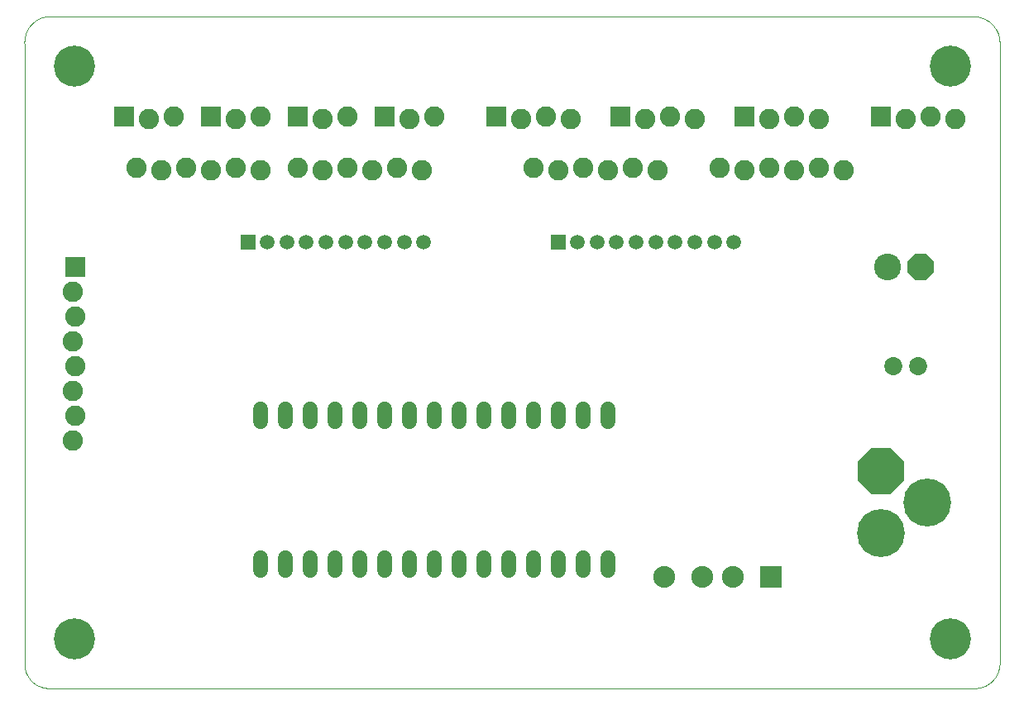
<source format=gbs>
G75*
%MOIN*%
%OFA0B0*%
%FSLAX25Y25*%
%IPPOS*%
%LPD*%
%AMOC8*
5,1,8,0,0,1.08239X$1,22.5*
%
%ADD10OC8,0.18517*%
%ADD11C,0.19304*%
%ADD12C,0.05950*%
%ADD13C,0.00000*%
%ADD14C,0.16548*%
%ADD15R,0.08800X0.08800*%
%ADD16C,0.08800*%
%ADD17C,0.10800*%
%ADD18OC8,0.10800*%
%ADD19C,0.07300*%
%ADD20R,0.08200X0.08200*%
%ADD21C,0.08200*%
%ADD22R,0.05950X0.05950*%
%ADD23C,0.05950*%
D10*
X0350000Y0092500D03*
D11*
X0368750Y0080000D03*
X0350000Y0067500D03*
D12*
X0240000Y0057575D02*
X0240000Y0052425D01*
X0230000Y0052425D02*
X0230000Y0057575D01*
X0220000Y0057575D02*
X0220000Y0052425D01*
X0210000Y0052425D02*
X0210000Y0057575D01*
X0200000Y0057575D02*
X0200000Y0052425D01*
X0190000Y0052425D02*
X0190000Y0057575D01*
X0180000Y0057575D02*
X0180000Y0052425D01*
X0170000Y0052425D02*
X0170000Y0057575D01*
X0160000Y0057575D02*
X0160000Y0052425D01*
X0150000Y0052425D02*
X0150000Y0057575D01*
X0140000Y0057575D02*
X0140000Y0052425D01*
X0130000Y0052425D02*
X0130000Y0057575D01*
X0120000Y0057575D02*
X0120000Y0052425D01*
X0110000Y0052425D02*
X0110000Y0057575D01*
X0100000Y0057575D02*
X0100000Y0052425D01*
X0100000Y0112425D02*
X0100000Y0117575D01*
X0110000Y0117575D02*
X0110000Y0112425D01*
X0120000Y0112425D02*
X0120000Y0117575D01*
X0130000Y0117575D02*
X0130000Y0112425D01*
X0140000Y0112425D02*
X0140000Y0117575D01*
X0150000Y0117575D02*
X0150000Y0112425D01*
X0160000Y0112425D02*
X0160000Y0117575D01*
X0170000Y0117575D02*
X0170000Y0112425D01*
X0180000Y0112425D02*
X0180000Y0117575D01*
X0190000Y0117575D02*
X0190000Y0112425D01*
X0200000Y0112425D02*
X0200000Y0117575D01*
X0210000Y0117575D02*
X0210000Y0112425D01*
X0220000Y0112425D02*
X0220000Y0117575D01*
X0230000Y0117575D02*
X0230000Y0112425D01*
X0240000Y0112425D02*
X0240000Y0117575D01*
D13*
X0032559Y0005000D02*
X0014843Y0005000D01*
X0014605Y0005003D01*
X0014367Y0005011D01*
X0014130Y0005026D01*
X0013893Y0005046D01*
X0013657Y0005072D01*
X0013421Y0005103D01*
X0013186Y0005140D01*
X0012952Y0005183D01*
X0012719Y0005232D01*
X0012487Y0005286D01*
X0012257Y0005346D01*
X0012028Y0005411D01*
X0011801Y0005482D01*
X0011576Y0005558D01*
X0011353Y0005640D01*
X0011131Y0005727D01*
X0010912Y0005819D01*
X0010695Y0005917D01*
X0010481Y0006019D01*
X0010269Y0006127D01*
X0010059Y0006241D01*
X0009853Y0006359D01*
X0009649Y0006482D01*
X0009449Y0006610D01*
X0009252Y0006742D01*
X0009057Y0006880D01*
X0008867Y0007022D01*
X0008679Y0007169D01*
X0008496Y0007320D01*
X0008316Y0007475D01*
X0008140Y0007635D01*
X0007968Y0007799D01*
X0007799Y0007968D01*
X0007635Y0008140D01*
X0007475Y0008316D01*
X0007320Y0008496D01*
X0007169Y0008679D01*
X0007022Y0008867D01*
X0006880Y0009057D01*
X0006742Y0009252D01*
X0006610Y0009449D01*
X0006482Y0009649D01*
X0006359Y0009853D01*
X0006241Y0010059D01*
X0006127Y0010269D01*
X0006019Y0010481D01*
X0005917Y0010695D01*
X0005819Y0010912D01*
X0005727Y0011131D01*
X0005640Y0011353D01*
X0005558Y0011576D01*
X0005482Y0011801D01*
X0005411Y0012028D01*
X0005346Y0012257D01*
X0005286Y0012487D01*
X0005232Y0012719D01*
X0005183Y0012952D01*
X0005140Y0013186D01*
X0005103Y0013421D01*
X0005072Y0013657D01*
X0005046Y0013893D01*
X0005026Y0014130D01*
X0005011Y0014367D01*
X0005003Y0014605D01*
X0005000Y0014843D01*
X0005000Y0036500D01*
X0005000Y0265000D01*
X0004989Y0265252D01*
X0004984Y0265504D01*
X0004986Y0265757D01*
X0004993Y0266009D01*
X0005006Y0266261D01*
X0005026Y0266512D01*
X0005051Y0266763D01*
X0005083Y0267013D01*
X0005121Y0267263D01*
X0005164Y0267511D01*
X0005214Y0267758D01*
X0005270Y0268004D01*
X0005331Y0268249D01*
X0005399Y0268492D01*
X0005472Y0268733D01*
X0005551Y0268973D01*
X0005636Y0269210D01*
X0005727Y0269446D01*
X0005823Y0269679D01*
X0005925Y0269909D01*
X0006032Y0270138D01*
X0006145Y0270363D01*
X0006263Y0270586D01*
X0006387Y0270806D01*
X0006516Y0271022D01*
X0006650Y0271236D01*
X0006789Y0271446D01*
X0006934Y0271653D01*
X0007083Y0271857D01*
X0007237Y0272056D01*
X0007396Y0272252D01*
X0007560Y0272444D01*
X0007728Y0272632D01*
X0007900Y0272816D01*
X0008077Y0272995D01*
X0008259Y0273171D01*
X0008444Y0273342D01*
X0008634Y0273508D01*
X0008828Y0273670D01*
X0009025Y0273827D01*
X0009226Y0273979D01*
X0009431Y0274126D01*
X0009639Y0274268D01*
X0009851Y0274405D01*
X0010066Y0274537D01*
X0010284Y0274664D01*
X0010505Y0274786D01*
X0010729Y0274902D01*
X0010955Y0275012D01*
X0011185Y0275118D01*
X0011416Y0275217D01*
X0011650Y0275311D01*
X0011887Y0275399D01*
X0012125Y0275482D01*
X0012365Y0275559D01*
X0012607Y0275630D01*
X0012851Y0275695D01*
X0013096Y0275754D01*
X0013343Y0275807D01*
X0013590Y0275854D01*
X0013839Y0275895D01*
X0014089Y0275931D01*
X0014339Y0275960D01*
X0014591Y0275983D01*
X0014842Y0276000D01*
X0014843Y0276000D02*
X0064055Y0276000D01*
X0387598Y0276000D01*
X0387857Y0275989D01*
X0388115Y0275973D01*
X0388372Y0275950D01*
X0388630Y0275921D01*
X0388886Y0275886D01*
X0389141Y0275844D01*
X0389395Y0275797D01*
X0389648Y0275743D01*
X0389900Y0275683D01*
X0390150Y0275617D01*
X0390399Y0275545D01*
X0390646Y0275467D01*
X0390890Y0275384D01*
X0391133Y0275294D01*
X0391373Y0275198D01*
X0391611Y0275097D01*
X0391847Y0274990D01*
X0392080Y0274877D01*
X0392310Y0274759D01*
X0392537Y0274635D01*
X0392761Y0274506D01*
X0392982Y0274371D01*
X0393199Y0274231D01*
X0393413Y0274086D01*
X0393624Y0273936D01*
X0393831Y0273780D01*
X0394034Y0273620D01*
X0394233Y0273455D01*
X0394428Y0273285D01*
X0394619Y0273110D01*
X0394805Y0272931D01*
X0394988Y0272748D01*
X0395165Y0272560D01*
X0395339Y0272367D01*
X0395507Y0272171D01*
X0395671Y0271971D01*
X0395829Y0271766D01*
X0395983Y0271558D01*
X0396132Y0271347D01*
X0396276Y0271132D01*
X0396414Y0270913D01*
X0396547Y0270691D01*
X0396674Y0270466D01*
X0396797Y0270238D01*
X0396913Y0270007D01*
X0397024Y0269773D01*
X0397129Y0269537D01*
X0397229Y0269298D01*
X0397323Y0269057D01*
X0397411Y0268814D01*
X0397493Y0268568D01*
X0397569Y0268321D01*
X0397639Y0268072D01*
X0397703Y0267822D01*
X0397760Y0267569D01*
X0397812Y0267316D01*
X0397858Y0267061D01*
X0397897Y0266806D01*
X0397931Y0266549D01*
X0397958Y0266292D01*
X0397979Y0266034D01*
X0397993Y0265776D01*
X0398002Y0265517D01*
X0398004Y0265259D01*
X0398000Y0265000D01*
X0398000Y0243000D01*
X0398000Y0014843D01*
X0398000Y0014842D02*
X0397990Y0014598D01*
X0397975Y0014354D01*
X0397953Y0014110D01*
X0397926Y0013867D01*
X0397893Y0013624D01*
X0397854Y0013383D01*
X0397809Y0013142D01*
X0397758Y0012903D01*
X0397701Y0012665D01*
X0397639Y0012428D01*
X0397571Y0012193D01*
X0397498Y0011960D01*
X0397418Y0011728D01*
X0397334Y0011499D01*
X0397243Y0011271D01*
X0397147Y0011046D01*
X0397046Y0010823D01*
X0396940Y0010603D01*
X0396828Y0010385D01*
X0396711Y0010170D01*
X0396589Y0009958D01*
X0396461Y0009749D01*
X0396329Y0009544D01*
X0396192Y0009341D01*
X0396050Y0009142D01*
X0395903Y0008946D01*
X0395751Y0008754D01*
X0395595Y0008566D01*
X0395434Y0008381D01*
X0395269Y0008201D01*
X0395100Y0008024D01*
X0394926Y0007852D01*
X0394748Y0007683D01*
X0394567Y0007519D01*
X0394381Y0007360D01*
X0394191Y0007205D01*
X0393998Y0007055D01*
X0393802Y0006909D01*
X0393601Y0006769D01*
X0393398Y0006633D01*
X0393191Y0006502D01*
X0392981Y0006376D01*
X0392769Y0006255D01*
X0392553Y0006140D01*
X0392334Y0006029D01*
X0392113Y0005924D01*
X0391890Y0005825D01*
X0391664Y0005730D01*
X0391436Y0005642D01*
X0391206Y0005558D01*
X0390974Y0005481D01*
X0390740Y0005409D01*
X0390504Y0005343D01*
X0390267Y0005282D01*
X0390029Y0005227D01*
X0389789Y0005178D01*
X0389548Y0005135D01*
X0389307Y0005097D01*
X0389064Y0005066D01*
X0388821Y0005040D01*
X0388577Y0005020D01*
X0388332Y0005006D01*
X0388088Y0004998D01*
X0387843Y0004996D01*
X0387598Y0005000D01*
X0032559Y0005000D01*
X0017126Y0025000D02*
X0017128Y0025193D01*
X0017135Y0025386D01*
X0017147Y0025579D01*
X0017164Y0025772D01*
X0017185Y0025964D01*
X0017211Y0026155D01*
X0017242Y0026346D01*
X0017277Y0026536D01*
X0017317Y0026725D01*
X0017362Y0026913D01*
X0017411Y0027100D01*
X0017465Y0027286D01*
X0017523Y0027470D01*
X0017586Y0027653D01*
X0017654Y0027834D01*
X0017725Y0028013D01*
X0017802Y0028191D01*
X0017882Y0028367D01*
X0017967Y0028540D01*
X0018056Y0028712D01*
X0018149Y0028881D01*
X0018246Y0029048D01*
X0018348Y0029213D01*
X0018453Y0029375D01*
X0018562Y0029534D01*
X0018676Y0029691D01*
X0018793Y0029844D01*
X0018913Y0029995D01*
X0019038Y0030143D01*
X0019166Y0030288D01*
X0019297Y0030429D01*
X0019432Y0030568D01*
X0019571Y0030703D01*
X0019712Y0030834D01*
X0019857Y0030962D01*
X0020005Y0031087D01*
X0020156Y0031207D01*
X0020309Y0031324D01*
X0020466Y0031438D01*
X0020625Y0031547D01*
X0020787Y0031652D01*
X0020952Y0031754D01*
X0021119Y0031851D01*
X0021288Y0031944D01*
X0021460Y0032033D01*
X0021633Y0032118D01*
X0021809Y0032198D01*
X0021987Y0032275D01*
X0022166Y0032346D01*
X0022347Y0032414D01*
X0022530Y0032477D01*
X0022714Y0032535D01*
X0022900Y0032589D01*
X0023087Y0032638D01*
X0023275Y0032683D01*
X0023464Y0032723D01*
X0023654Y0032758D01*
X0023845Y0032789D01*
X0024036Y0032815D01*
X0024228Y0032836D01*
X0024421Y0032853D01*
X0024614Y0032865D01*
X0024807Y0032872D01*
X0025000Y0032874D01*
X0025193Y0032872D01*
X0025386Y0032865D01*
X0025579Y0032853D01*
X0025772Y0032836D01*
X0025964Y0032815D01*
X0026155Y0032789D01*
X0026346Y0032758D01*
X0026536Y0032723D01*
X0026725Y0032683D01*
X0026913Y0032638D01*
X0027100Y0032589D01*
X0027286Y0032535D01*
X0027470Y0032477D01*
X0027653Y0032414D01*
X0027834Y0032346D01*
X0028013Y0032275D01*
X0028191Y0032198D01*
X0028367Y0032118D01*
X0028540Y0032033D01*
X0028712Y0031944D01*
X0028881Y0031851D01*
X0029048Y0031754D01*
X0029213Y0031652D01*
X0029375Y0031547D01*
X0029534Y0031438D01*
X0029691Y0031324D01*
X0029844Y0031207D01*
X0029995Y0031087D01*
X0030143Y0030962D01*
X0030288Y0030834D01*
X0030429Y0030703D01*
X0030568Y0030568D01*
X0030703Y0030429D01*
X0030834Y0030288D01*
X0030962Y0030143D01*
X0031087Y0029995D01*
X0031207Y0029844D01*
X0031324Y0029691D01*
X0031438Y0029534D01*
X0031547Y0029375D01*
X0031652Y0029213D01*
X0031754Y0029048D01*
X0031851Y0028881D01*
X0031944Y0028712D01*
X0032033Y0028540D01*
X0032118Y0028367D01*
X0032198Y0028191D01*
X0032275Y0028013D01*
X0032346Y0027834D01*
X0032414Y0027653D01*
X0032477Y0027470D01*
X0032535Y0027286D01*
X0032589Y0027100D01*
X0032638Y0026913D01*
X0032683Y0026725D01*
X0032723Y0026536D01*
X0032758Y0026346D01*
X0032789Y0026155D01*
X0032815Y0025964D01*
X0032836Y0025772D01*
X0032853Y0025579D01*
X0032865Y0025386D01*
X0032872Y0025193D01*
X0032874Y0025000D01*
X0032872Y0024807D01*
X0032865Y0024614D01*
X0032853Y0024421D01*
X0032836Y0024228D01*
X0032815Y0024036D01*
X0032789Y0023845D01*
X0032758Y0023654D01*
X0032723Y0023464D01*
X0032683Y0023275D01*
X0032638Y0023087D01*
X0032589Y0022900D01*
X0032535Y0022714D01*
X0032477Y0022530D01*
X0032414Y0022347D01*
X0032346Y0022166D01*
X0032275Y0021987D01*
X0032198Y0021809D01*
X0032118Y0021633D01*
X0032033Y0021460D01*
X0031944Y0021288D01*
X0031851Y0021119D01*
X0031754Y0020952D01*
X0031652Y0020787D01*
X0031547Y0020625D01*
X0031438Y0020466D01*
X0031324Y0020309D01*
X0031207Y0020156D01*
X0031087Y0020005D01*
X0030962Y0019857D01*
X0030834Y0019712D01*
X0030703Y0019571D01*
X0030568Y0019432D01*
X0030429Y0019297D01*
X0030288Y0019166D01*
X0030143Y0019038D01*
X0029995Y0018913D01*
X0029844Y0018793D01*
X0029691Y0018676D01*
X0029534Y0018562D01*
X0029375Y0018453D01*
X0029213Y0018348D01*
X0029048Y0018246D01*
X0028881Y0018149D01*
X0028712Y0018056D01*
X0028540Y0017967D01*
X0028367Y0017882D01*
X0028191Y0017802D01*
X0028013Y0017725D01*
X0027834Y0017654D01*
X0027653Y0017586D01*
X0027470Y0017523D01*
X0027286Y0017465D01*
X0027100Y0017411D01*
X0026913Y0017362D01*
X0026725Y0017317D01*
X0026536Y0017277D01*
X0026346Y0017242D01*
X0026155Y0017211D01*
X0025964Y0017185D01*
X0025772Y0017164D01*
X0025579Y0017147D01*
X0025386Y0017135D01*
X0025193Y0017128D01*
X0025000Y0017126D01*
X0024807Y0017128D01*
X0024614Y0017135D01*
X0024421Y0017147D01*
X0024228Y0017164D01*
X0024036Y0017185D01*
X0023845Y0017211D01*
X0023654Y0017242D01*
X0023464Y0017277D01*
X0023275Y0017317D01*
X0023087Y0017362D01*
X0022900Y0017411D01*
X0022714Y0017465D01*
X0022530Y0017523D01*
X0022347Y0017586D01*
X0022166Y0017654D01*
X0021987Y0017725D01*
X0021809Y0017802D01*
X0021633Y0017882D01*
X0021460Y0017967D01*
X0021288Y0018056D01*
X0021119Y0018149D01*
X0020952Y0018246D01*
X0020787Y0018348D01*
X0020625Y0018453D01*
X0020466Y0018562D01*
X0020309Y0018676D01*
X0020156Y0018793D01*
X0020005Y0018913D01*
X0019857Y0019038D01*
X0019712Y0019166D01*
X0019571Y0019297D01*
X0019432Y0019432D01*
X0019297Y0019571D01*
X0019166Y0019712D01*
X0019038Y0019857D01*
X0018913Y0020005D01*
X0018793Y0020156D01*
X0018676Y0020309D01*
X0018562Y0020466D01*
X0018453Y0020625D01*
X0018348Y0020787D01*
X0018246Y0020952D01*
X0018149Y0021119D01*
X0018056Y0021288D01*
X0017967Y0021460D01*
X0017882Y0021633D01*
X0017802Y0021809D01*
X0017725Y0021987D01*
X0017654Y0022166D01*
X0017586Y0022347D01*
X0017523Y0022530D01*
X0017465Y0022714D01*
X0017411Y0022900D01*
X0017362Y0023087D01*
X0017317Y0023275D01*
X0017277Y0023464D01*
X0017242Y0023654D01*
X0017211Y0023845D01*
X0017185Y0024036D01*
X0017164Y0024228D01*
X0017147Y0024421D01*
X0017135Y0024614D01*
X0017128Y0024807D01*
X0017126Y0025000D01*
X0017126Y0256000D02*
X0017128Y0256193D01*
X0017135Y0256386D01*
X0017147Y0256579D01*
X0017164Y0256772D01*
X0017185Y0256964D01*
X0017211Y0257155D01*
X0017242Y0257346D01*
X0017277Y0257536D01*
X0017317Y0257725D01*
X0017362Y0257913D01*
X0017411Y0258100D01*
X0017465Y0258286D01*
X0017523Y0258470D01*
X0017586Y0258653D01*
X0017654Y0258834D01*
X0017725Y0259013D01*
X0017802Y0259191D01*
X0017882Y0259367D01*
X0017967Y0259540D01*
X0018056Y0259712D01*
X0018149Y0259881D01*
X0018246Y0260048D01*
X0018348Y0260213D01*
X0018453Y0260375D01*
X0018562Y0260534D01*
X0018676Y0260691D01*
X0018793Y0260844D01*
X0018913Y0260995D01*
X0019038Y0261143D01*
X0019166Y0261288D01*
X0019297Y0261429D01*
X0019432Y0261568D01*
X0019571Y0261703D01*
X0019712Y0261834D01*
X0019857Y0261962D01*
X0020005Y0262087D01*
X0020156Y0262207D01*
X0020309Y0262324D01*
X0020466Y0262438D01*
X0020625Y0262547D01*
X0020787Y0262652D01*
X0020952Y0262754D01*
X0021119Y0262851D01*
X0021288Y0262944D01*
X0021460Y0263033D01*
X0021633Y0263118D01*
X0021809Y0263198D01*
X0021987Y0263275D01*
X0022166Y0263346D01*
X0022347Y0263414D01*
X0022530Y0263477D01*
X0022714Y0263535D01*
X0022900Y0263589D01*
X0023087Y0263638D01*
X0023275Y0263683D01*
X0023464Y0263723D01*
X0023654Y0263758D01*
X0023845Y0263789D01*
X0024036Y0263815D01*
X0024228Y0263836D01*
X0024421Y0263853D01*
X0024614Y0263865D01*
X0024807Y0263872D01*
X0025000Y0263874D01*
X0025193Y0263872D01*
X0025386Y0263865D01*
X0025579Y0263853D01*
X0025772Y0263836D01*
X0025964Y0263815D01*
X0026155Y0263789D01*
X0026346Y0263758D01*
X0026536Y0263723D01*
X0026725Y0263683D01*
X0026913Y0263638D01*
X0027100Y0263589D01*
X0027286Y0263535D01*
X0027470Y0263477D01*
X0027653Y0263414D01*
X0027834Y0263346D01*
X0028013Y0263275D01*
X0028191Y0263198D01*
X0028367Y0263118D01*
X0028540Y0263033D01*
X0028712Y0262944D01*
X0028881Y0262851D01*
X0029048Y0262754D01*
X0029213Y0262652D01*
X0029375Y0262547D01*
X0029534Y0262438D01*
X0029691Y0262324D01*
X0029844Y0262207D01*
X0029995Y0262087D01*
X0030143Y0261962D01*
X0030288Y0261834D01*
X0030429Y0261703D01*
X0030568Y0261568D01*
X0030703Y0261429D01*
X0030834Y0261288D01*
X0030962Y0261143D01*
X0031087Y0260995D01*
X0031207Y0260844D01*
X0031324Y0260691D01*
X0031438Y0260534D01*
X0031547Y0260375D01*
X0031652Y0260213D01*
X0031754Y0260048D01*
X0031851Y0259881D01*
X0031944Y0259712D01*
X0032033Y0259540D01*
X0032118Y0259367D01*
X0032198Y0259191D01*
X0032275Y0259013D01*
X0032346Y0258834D01*
X0032414Y0258653D01*
X0032477Y0258470D01*
X0032535Y0258286D01*
X0032589Y0258100D01*
X0032638Y0257913D01*
X0032683Y0257725D01*
X0032723Y0257536D01*
X0032758Y0257346D01*
X0032789Y0257155D01*
X0032815Y0256964D01*
X0032836Y0256772D01*
X0032853Y0256579D01*
X0032865Y0256386D01*
X0032872Y0256193D01*
X0032874Y0256000D01*
X0032872Y0255807D01*
X0032865Y0255614D01*
X0032853Y0255421D01*
X0032836Y0255228D01*
X0032815Y0255036D01*
X0032789Y0254845D01*
X0032758Y0254654D01*
X0032723Y0254464D01*
X0032683Y0254275D01*
X0032638Y0254087D01*
X0032589Y0253900D01*
X0032535Y0253714D01*
X0032477Y0253530D01*
X0032414Y0253347D01*
X0032346Y0253166D01*
X0032275Y0252987D01*
X0032198Y0252809D01*
X0032118Y0252633D01*
X0032033Y0252460D01*
X0031944Y0252288D01*
X0031851Y0252119D01*
X0031754Y0251952D01*
X0031652Y0251787D01*
X0031547Y0251625D01*
X0031438Y0251466D01*
X0031324Y0251309D01*
X0031207Y0251156D01*
X0031087Y0251005D01*
X0030962Y0250857D01*
X0030834Y0250712D01*
X0030703Y0250571D01*
X0030568Y0250432D01*
X0030429Y0250297D01*
X0030288Y0250166D01*
X0030143Y0250038D01*
X0029995Y0249913D01*
X0029844Y0249793D01*
X0029691Y0249676D01*
X0029534Y0249562D01*
X0029375Y0249453D01*
X0029213Y0249348D01*
X0029048Y0249246D01*
X0028881Y0249149D01*
X0028712Y0249056D01*
X0028540Y0248967D01*
X0028367Y0248882D01*
X0028191Y0248802D01*
X0028013Y0248725D01*
X0027834Y0248654D01*
X0027653Y0248586D01*
X0027470Y0248523D01*
X0027286Y0248465D01*
X0027100Y0248411D01*
X0026913Y0248362D01*
X0026725Y0248317D01*
X0026536Y0248277D01*
X0026346Y0248242D01*
X0026155Y0248211D01*
X0025964Y0248185D01*
X0025772Y0248164D01*
X0025579Y0248147D01*
X0025386Y0248135D01*
X0025193Y0248128D01*
X0025000Y0248126D01*
X0024807Y0248128D01*
X0024614Y0248135D01*
X0024421Y0248147D01*
X0024228Y0248164D01*
X0024036Y0248185D01*
X0023845Y0248211D01*
X0023654Y0248242D01*
X0023464Y0248277D01*
X0023275Y0248317D01*
X0023087Y0248362D01*
X0022900Y0248411D01*
X0022714Y0248465D01*
X0022530Y0248523D01*
X0022347Y0248586D01*
X0022166Y0248654D01*
X0021987Y0248725D01*
X0021809Y0248802D01*
X0021633Y0248882D01*
X0021460Y0248967D01*
X0021288Y0249056D01*
X0021119Y0249149D01*
X0020952Y0249246D01*
X0020787Y0249348D01*
X0020625Y0249453D01*
X0020466Y0249562D01*
X0020309Y0249676D01*
X0020156Y0249793D01*
X0020005Y0249913D01*
X0019857Y0250038D01*
X0019712Y0250166D01*
X0019571Y0250297D01*
X0019432Y0250432D01*
X0019297Y0250571D01*
X0019166Y0250712D01*
X0019038Y0250857D01*
X0018913Y0251005D01*
X0018793Y0251156D01*
X0018676Y0251309D01*
X0018562Y0251466D01*
X0018453Y0251625D01*
X0018348Y0251787D01*
X0018246Y0251952D01*
X0018149Y0252119D01*
X0018056Y0252288D01*
X0017967Y0252460D01*
X0017882Y0252633D01*
X0017802Y0252809D01*
X0017725Y0252987D01*
X0017654Y0253166D01*
X0017586Y0253347D01*
X0017523Y0253530D01*
X0017465Y0253714D01*
X0017411Y0253900D01*
X0017362Y0254087D01*
X0017317Y0254275D01*
X0017277Y0254464D01*
X0017242Y0254654D01*
X0017211Y0254845D01*
X0017185Y0255036D01*
X0017164Y0255228D01*
X0017147Y0255421D01*
X0017135Y0255614D01*
X0017128Y0255807D01*
X0017126Y0256000D01*
X0370126Y0256000D02*
X0370128Y0256193D01*
X0370135Y0256386D01*
X0370147Y0256579D01*
X0370164Y0256772D01*
X0370185Y0256964D01*
X0370211Y0257155D01*
X0370242Y0257346D01*
X0370277Y0257536D01*
X0370317Y0257725D01*
X0370362Y0257913D01*
X0370411Y0258100D01*
X0370465Y0258286D01*
X0370523Y0258470D01*
X0370586Y0258653D01*
X0370654Y0258834D01*
X0370725Y0259013D01*
X0370802Y0259191D01*
X0370882Y0259367D01*
X0370967Y0259540D01*
X0371056Y0259712D01*
X0371149Y0259881D01*
X0371246Y0260048D01*
X0371348Y0260213D01*
X0371453Y0260375D01*
X0371562Y0260534D01*
X0371676Y0260691D01*
X0371793Y0260844D01*
X0371913Y0260995D01*
X0372038Y0261143D01*
X0372166Y0261288D01*
X0372297Y0261429D01*
X0372432Y0261568D01*
X0372571Y0261703D01*
X0372712Y0261834D01*
X0372857Y0261962D01*
X0373005Y0262087D01*
X0373156Y0262207D01*
X0373309Y0262324D01*
X0373466Y0262438D01*
X0373625Y0262547D01*
X0373787Y0262652D01*
X0373952Y0262754D01*
X0374119Y0262851D01*
X0374288Y0262944D01*
X0374460Y0263033D01*
X0374633Y0263118D01*
X0374809Y0263198D01*
X0374987Y0263275D01*
X0375166Y0263346D01*
X0375347Y0263414D01*
X0375530Y0263477D01*
X0375714Y0263535D01*
X0375900Y0263589D01*
X0376087Y0263638D01*
X0376275Y0263683D01*
X0376464Y0263723D01*
X0376654Y0263758D01*
X0376845Y0263789D01*
X0377036Y0263815D01*
X0377228Y0263836D01*
X0377421Y0263853D01*
X0377614Y0263865D01*
X0377807Y0263872D01*
X0378000Y0263874D01*
X0378193Y0263872D01*
X0378386Y0263865D01*
X0378579Y0263853D01*
X0378772Y0263836D01*
X0378964Y0263815D01*
X0379155Y0263789D01*
X0379346Y0263758D01*
X0379536Y0263723D01*
X0379725Y0263683D01*
X0379913Y0263638D01*
X0380100Y0263589D01*
X0380286Y0263535D01*
X0380470Y0263477D01*
X0380653Y0263414D01*
X0380834Y0263346D01*
X0381013Y0263275D01*
X0381191Y0263198D01*
X0381367Y0263118D01*
X0381540Y0263033D01*
X0381712Y0262944D01*
X0381881Y0262851D01*
X0382048Y0262754D01*
X0382213Y0262652D01*
X0382375Y0262547D01*
X0382534Y0262438D01*
X0382691Y0262324D01*
X0382844Y0262207D01*
X0382995Y0262087D01*
X0383143Y0261962D01*
X0383288Y0261834D01*
X0383429Y0261703D01*
X0383568Y0261568D01*
X0383703Y0261429D01*
X0383834Y0261288D01*
X0383962Y0261143D01*
X0384087Y0260995D01*
X0384207Y0260844D01*
X0384324Y0260691D01*
X0384438Y0260534D01*
X0384547Y0260375D01*
X0384652Y0260213D01*
X0384754Y0260048D01*
X0384851Y0259881D01*
X0384944Y0259712D01*
X0385033Y0259540D01*
X0385118Y0259367D01*
X0385198Y0259191D01*
X0385275Y0259013D01*
X0385346Y0258834D01*
X0385414Y0258653D01*
X0385477Y0258470D01*
X0385535Y0258286D01*
X0385589Y0258100D01*
X0385638Y0257913D01*
X0385683Y0257725D01*
X0385723Y0257536D01*
X0385758Y0257346D01*
X0385789Y0257155D01*
X0385815Y0256964D01*
X0385836Y0256772D01*
X0385853Y0256579D01*
X0385865Y0256386D01*
X0385872Y0256193D01*
X0385874Y0256000D01*
X0385872Y0255807D01*
X0385865Y0255614D01*
X0385853Y0255421D01*
X0385836Y0255228D01*
X0385815Y0255036D01*
X0385789Y0254845D01*
X0385758Y0254654D01*
X0385723Y0254464D01*
X0385683Y0254275D01*
X0385638Y0254087D01*
X0385589Y0253900D01*
X0385535Y0253714D01*
X0385477Y0253530D01*
X0385414Y0253347D01*
X0385346Y0253166D01*
X0385275Y0252987D01*
X0385198Y0252809D01*
X0385118Y0252633D01*
X0385033Y0252460D01*
X0384944Y0252288D01*
X0384851Y0252119D01*
X0384754Y0251952D01*
X0384652Y0251787D01*
X0384547Y0251625D01*
X0384438Y0251466D01*
X0384324Y0251309D01*
X0384207Y0251156D01*
X0384087Y0251005D01*
X0383962Y0250857D01*
X0383834Y0250712D01*
X0383703Y0250571D01*
X0383568Y0250432D01*
X0383429Y0250297D01*
X0383288Y0250166D01*
X0383143Y0250038D01*
X0382995Y0249913D01*
X0382844Y0249793D01*
X0382691Y0249676D01*
X0382534Y0249562D01*
X0382375Y0249453D01*
X0382213Y0249348D01*
X0382048Y0249246D01*
X0381881Y0249149D01*
X0381712Y0249056D01*
X0381540Y0248967D01*
X0381367Y0248882D01*
X0381191Y0248802D01*
X0381013Y0248725D01*
X0380834Y0248654D01*
X0380653Y0248586D01*
X0380470Y0248523D01*
X0380286Y0248465D01*
X0380100Y0248411D01*
X0379913Y0248362D01*
X0379725Y0248317D01*
X0379536Y0248277D01*
X0379346Y0248242D01*
X0379155Y0248211D01*
X0378964Y0248185D01*
X0378772Y0248164D01*
X0378579Y0248147D01*
X0378386Y0248135D01*
X0378193Y0248128D01*
X0378000Y0248126D01*
X0377807Y0248128D01*
X0377614Y0248135D01*
X0377421Y0248147D01*
X0377228Y0248164D01*
X0377036Y0248185D01*
X0376845Y0248211D01*
X0376654Y0248242D01*
X0376464Y0248277D01*
X0376275Y0248317D01*
X0376087Y0248362D01*
X0375900Y0248411D01*
X0375714Y0248465D01*
X0375530Y0248523D01*
X0375347Y0248586D01*
X0375166Y0248654D01*
X0374987Y0248725D01*
X0374809Y0248802D01*
X0374633Y0248882D01*
X0374460Y0248967D01*
X0374288Y0249056D01*
X0374119Y0249149D01*
X0373952Y0249246D01*
X0373787Y0249348D01*
X0373625Y0249453D01*
X0373466Y0249562D01*
X0373309Y0249676D01*
X0373156Y0249793D01*
X0373005Y0249913D01*
X0372857Y0250038D01*
X0372712Y0250166D01*
X0372571Y0250297D01*
X0372432Y0250432D01*
X0372297Y0250571D01*
X0372166Y0250712D01*
X0372038Y0250857D01*
X0371913Y0251005D01*
X0371793Y0251156D01*
X0371676Y0251309D01*
X0371562Y0251466D01*
X0371453Y0251625D01*
X0371348Y0251787D01*
X0371246Y0251952D01*
X0371149Y0252119D01*
X0371056Y0252288D01*
X0370967Y0252460D01*
X0370882Y0252633D01*
X0370802Y0252809D01*
X0370725Y0252987D01*
X0370654Y0253166D01*
X0370586Y0253347D01*
X0370523Y0253530D01*
X0370465Y0253714D01*
X0370411Y0253900D01*
X0370362Y0254087D01*
X0370317Y0254275D01*
X0370277Y0254464D01*
X0370242Y0254654D01*
X0370211Y0254845D01*
X0370185Y0255036D01*
X0370164Y0255228D01*
X0370147Y0255421D01*
X0370135Y0255614D01*
X0370128Y0255807D01*
X0370126Y0256000D01*
X0370126Y0025000D02*
X0370128Y0025193D01*
X0370135Y0025386D01*
X0370147Y0025579D01*
X0370164Y0025772D01*
X0370185Y0025964D01*
X0370211Y0026155D01*
X0370242Y0026346D01*
X0370277Y0026536D01*
X0370317Y0026725D01*
X0370362Y0026913D01*
X0370411Y0027100D01*
X0370465Y0027286D01*
X0370523Y0027470D01*
X0370586Y0027653D01*
X0370654Y0027834D01*
X0370725Y0028013D01*
X0370802Y0028191D01*
X0370882Y0028367D01*
X0370967Y0028540D01*
X0371056Y0028712D01*
X0371149Y0028881D01*
X0371246Y0029048D01*
X0371348Y0029213D01*
X0371453Y0029375D01*
X0371562Y0029534D01*
X0371676Y0029691D01*
X0371793Y0029844D01*
X0371913Y0029995D01*
X0372038Y0030143D01*
X0372166Y0030288D01*
X0372297Y0030429D01*
X0372432Y0030568D01*
X0372571Y0030703D01*
X0372712Y0030834D01*
X0372857Y0030962D01*
X0373005Y0031087D01*
X0373156Y0031207D01*
X0373309Y0031324D01*
X0373466Y0031438D01*
X0373625Y0031547D01*
X0373787Y0031652D01*
X0373952Y0031754D01*
X0374119Y0031851D01*
X0374288Y0031944D01*
X0374460Y0032033D01*
X0374633Y0032118D01*
X0374809Y0032198D01*
X0374987Y0032275D01*
X0375166Y0032346D01*
X0375347Y0032414D01*
X0375530Y0032477D01*
X0375714Y0032535D01*
X0375900Y0032589D01*
X0376087Y0032638D01*
X0376275Y0032683D01*
X0376464Y0032723D01*
X0376654Y0032758D01*
X0376845Y0032789D01*
X0377036Y0032815D01*
X0377228Y0032836D01*
X0377421Y0032853D01*
X0377614Y0032865D01*
X0377807Y0032872D01*
X0378000Y0032874D01*
X0378193Y0032872D01*
X0378386Y0032865D01*
X0378579Y0032853D01*
X0378772Y0032836D01*
X0378964Y0032815D01*
X0379155Y0032789D01*
X0379346Y0032758D01*
X0379536Y0032723D01*
X0379725Y0032683D01*
X0379913Y0032638D01*
X0380100Y0032589D01*
X0380286Y0032535D01*
X0380470Y0032477D01*
X0380653Y0032414D01*
X0380834Y0032346D01*
X0381013Y0032275D01*
X0381191Y0032198D01*
X0381367Y0032118D01*
X0381540Y0032033D01*
X0381712Y0031944D01*
X0381881Y0031851D01*
X0382048Y0031754D01*
X0382213Y0031652D01*
X0382375Y0031547D01*
X0382534Y0031438D01*
X0382691Y0031324D01*
X0382844Y0031207D01*
X0382995Y0031087D01*
X0383143Y0030962D01*
X0383288Y0030834D01*
X0383429Y0030703D01*
X0383568Y0030568D01*
X0383703Y0030429D01*
X0383834Y0030288D01*
X0383962Y0030143D01*
X0384087Y0029995D01*
X0384207Y0029844D01*
X0384324Y0029691D01*
X0384438Y0029534D01*
X0384547Y0029375D01*
X0384652Y0029213D01*
X0384754Y0029048D01*
X0384851Y0028881D01*
X0384944Y0028712D01*
X0385033Y0028540D01*
X0385118Y0028367D01*
X0385198Y0028191D01*
X0385275Y0028013D01*
X0385346Y0027834D01*
X0385414Y0027653D01*
X0385477Y0027470D01*
X0385535Y0027286D01*
X0385589Y0027100D01*
X0385638Y0026913D01*
X0385683Y0026725D01*
X0385723Y0026536D01*
X0385758Y0026346D01*
X0385789Y0026155D01*
X0385815Y0025964D01*
X0385836Y0025772D01*
X0385853Y0025579D01*
X0385865Y0025386D01*
X0385872Y0025193D01*
X0385874Y0025000D01*
X0385872Y0024807D01*
X0385865Y0024614D01*
X0385853Y0024421D01*
X0385836Y0024228D01*
X0385815Y0024036D01*
X0385789Y0023845D01*
X0385758Y0023654D01*
X0385723Y0023464D01*
X0385683Y0023275D01*
X0385638Y0023087D01*
X0385589Y0022900D01*
X0385535Y0022714D01*
X0385477Y0022530D01*
X0385414Y0022347D01*
X0385346Y0022166D01*
X0385275Y0021987D01*
X0385198Y0021809D01*
X0385118Y0021633D01*
X0385033Y0021460D01*
X0384944Y0021288D01*
X0384851Y0021119D01*
X0384754Y0020952D01*
X0384652Y0020787D01*
X0384547Y0020625D01*
X0384438Y0020466D01*
X0384324Y0020309D01*
X0384207Y0020156D01*
X0384087Y0020005D01*
X0383962Y0019857D01*
X0383834Y0019712D01*
X0383703Y0019571D01*
X0383568Y0019432D01*
X0383429Y0019297D01*
X0383288Y0019166D01*
X0383143Y0019038D01*
X0382995Y0018913D01*
X0382844Y0018793D01*
X0382691Y0018676D01*
X0382534Y0018562D01*
X0382375Y0018453D01*
X0382213Y0018348D01*
X0382048Y0018246D01*
X0381881Y0018149D01*
X0381712Y0018056D01*
X0381540Y0017967D01*
X0381367Y0017882D01*
X0381191Y0017802D01*
X0381013Y0017725D01*
X0380834Y0017654D01*
X0380653Y0017586D01*
X0380470Y0017523D01*
X0380286Y0017465D01*
X0380100Y0017411D01*
X0379913Y0017362D01*
X0379725Y0017317D01*
X0379536Y0017277D01*
X0379346Y0017242D01*
X0379155Y0017211D01*
X0378964Y0017185D01*
X0378772Y0017164D01*
X0378579Y0017147D01*
X0378386Y0017135D01*
X0378193Y0017128D01*
X0378000Y0017126D01*
X0377807Y0017128D01*
X0377614Y0017135D01*
X0377421Y0017147D01*
X0377228Y0017164D01*
X0377036Y0017185D01*
X0376845Y0017211D01*
X0376654Y0017242D01*
X0376464Y0017277D01*
X0376275Y0017317D01*
X0376087Y0017362D01*
X0375900Y0017411D01*
X0375714Y0017465D01*
X0375530Y0017523D01*
X0375347Y0017586D01*
X0375166Y0017654D01*
X0374987Y0017725D01*
X0374809Y0017802D01*
X0374633Y0017882D01*
X0374460Y0017967D01*
X0374288Y0018056D01*
X0374119Y0018149D01*
X0373952Y0018246D01*
X0373787Y0018348D01*
X0373625Y0018453D01*
X0373466Y0018562D01*
X0373309Y0018676D01*
X0373156Y0018793D01*
X0373005Y0018913D01*
X0372857Y0019038D01*
X0372712Y0019166D01*
X0372571Y0019297D01*
X0372432Y0019432D01*
X0372297Y0019571D01*
X0372166Y0019712D01*
X0372038Y0019857D01*
X0371913Y0020005D01*
X0371793Y0020156D01*
X0371676Y0020309D01*
X0371562Y0020466D01*
X0371453Y0020625D01*
X0371348Y0020787D01*
X0371246Y0020952D01*
X0371149Y0021119D01*
X0371056Y0021288D01*
X0370967Y0021460D01*
X0370882Y0021633D01*
X0370802Y0021809D01*
X0370725Y0021987D01*
X0370654Y0022166D01*
X0370586Y0022347D01*
X0370523Y0022530D01*
X0370465Y0022714D01*
X0370411Y0022900D01*
X0370362Y0023087D01*
X0370317Y0023275D01*
X0370277Y0023464D01*
X0370242Y0023654D01*
X0370211Y0023845D01*
X0370185Y0024036D01*
X0370164Y0024228D01*
X0370147Y0024421D01*
X0370135Y0024614D01*
X0370128Y0024807D01*
X0370126Y0025000D01*
D14*
X0378000Y0025000D03*
X0378000Y0256000D03*
X0025000Y0256000D03*
X0025000Y0025000D03*
D15*
X0305700Y0050000D03*
D16*
X0290520Y0050000D03*
X0278141Y0050000D03*
X0262961Y0050000D03*
D17*
X0352953Y0175000D03*
D18*
X0366063Y0175000D03*
D19*
X0365000Y0135000D03*
X0355000Y0135000D03*
D20*
X0350000Y0235500D03*
X0295000Y0235500D03*
X0245000Y0235500D03*
X0195000Y0235500D03*
X0150000Y0235500D03*
X0115000Y0235500D03*
X0080000Y0235500D03*
X0045000Y0235500D03*
X0025500Y0175000D03*
D21*
X0024500Y0165000D03*
X0025500Y0155000D03*
X0024500Y0145000D03*
X0025500Y0135000D03*
X0024500Y0125000D03*
X0025500Y0115000D03*
X0024500Y0105000D03*
X0060000Y0214000D03*
X0070000Y0215000D03*
X0080000Y0214000D03*
X0090000Y0215000D03*
X0100000Y0214000D03*
X0115000Y0215000D03*
X0125000Y0214000D03*
X0135000Y0215000D03*
X0145000Y0214000D03*
X0155000Y0215000D03*
X0165000Y0214000D03*
X0160000Y0234500D03*
X0170000Y0235500D03*
X0205000Y0234500D03*
X0215000Y0235500D03*
X0225000Y0234500D03*
X0230000Y0215000D03*
X0240000Y0214000D03*
X0250000Y0215000D03*
X0260000Y0214000D03*
X0285000Y0215000D03*
X0295000Y0214000D03*
X0305000Y0215000D03*
X0315000Y0214000D03*
X0325000Y0215000D03*
X0335000Y0214000D03*
X0325000Y0234500D03*
X0315000Y0235500D03*
X0305000Y0234500D03*
X0275000Y0234500D03*
X0265000Y0235500D03*
X0255000Y0234500D03*
X0220000Y0214000D03*
X0210000Y0215000D03*
X0135000Y0235500D03*
X0125000Y0234500D03*
X0100000Y0235500D03*
X0090000Y0234500D03*
X0065000Y0235500D03*
X0055000Y0234500D03*
X0050000Y0215000D03*
X0360000Y0234500D03*
X0370000Y0235500D03*
X0380000Y0234500D03*
D22*
X0220000Y0185000D03*
X0095000Y0185000D03*
D23*
X0102874Y0185000D03*
X0110748Y0185000D03*
X0118622Y0185000D03*
X0126496Y0185000D03*
X0134370Y0185000D03*
X0142244Y0185000D03*
X0150118Y0185000D03*
X0157992Y0185000D03*
X0165866Y0185000D03*
X0227874Y0185000D03*
X0235748Y0185000D03*
X0243622Y0185000D03*
X0251496Y0185000D03*
X0259370Y0185000D03*
X0267244Y0185000D03*
X0275118Y0185000D03*
X0282992Y0185000D03*
X0290866Y0185000D03*
M02*

</source>
